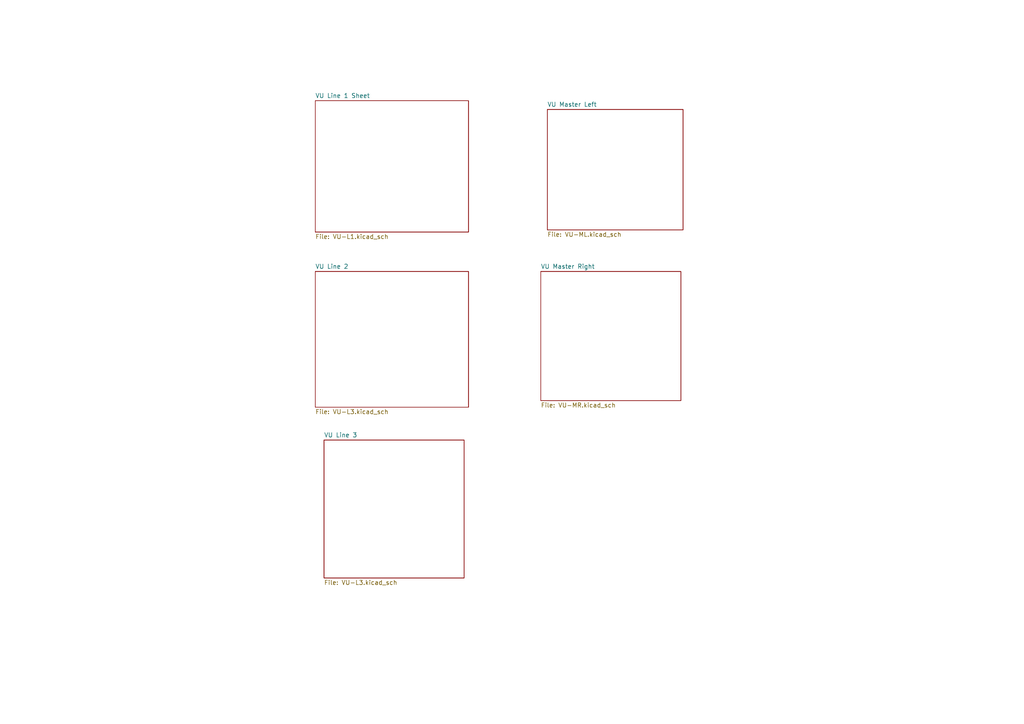
<source format=kicad_sch>
(kicad_sch (version 20210621) (generator eeschema)
  (paper "A4")
  (lib_symbols)
  (sheet (at 91.44 29.21) (size 44.45 38.1) (stroke (width 0.1524))
    (property "Sheet name" "VU Line 1 Sheet" (at 91.44 28.4984 0) (effects (justify left bottom)))
    (property "Sheet file" "VU-L1.kicad_sch" (at 91.44 67.8946 0) (effects (justify left top)))
  )
  (sheet (at 91.44 78.74) (size 44.45 39.37) (stroke (width 0.1524))
    (property "Sheet name" "VU Line 2" (at 91.44 78.0284 0) (effects (justify left bottom)))
    (property "Sheet file" "VU-L3.kicad_sch" (at 91.44 118.6946 0) (effects (justify left top)))
  )
  (sheet (at 93.98 127.635) (size 40.64 40.005) (stroke (width 0.1524))
    (property "Sheet name" "VU Line 3 " (at 93.98 126.9234 0) (effects (justify left bottom)))
    (property "Sheet file" "VU-L3.kicad_sch" (at 93.98 168.2246 0) (effects (justify left top)))
  )
  (sheet (at 158.75 31.75) (size 39.37 34.925) (stroke (width 0.1524))
    (property "Sheet name" "VU Master Left" (at 158.75 31.0384 0) (effects (justify left bottom)))
    (property "Sheet file" "VU-ML.kicad_sch" (at 158.75 67.2596 0) (effects (justify left top)))
  )
  (sheet (at 156.845 78.74) (size 40.64 37.465) (stroke (width 0.1524))
    (property "Sheet name" "VU Master Right" (at 156.845 78.0284 0) (effects (justify left bottom)))
    (property "Sheet file" "VU-MR.kicad_sch" (at 156.845 116.7896 0) (effects (justify left top)))
  )
)
</source>
